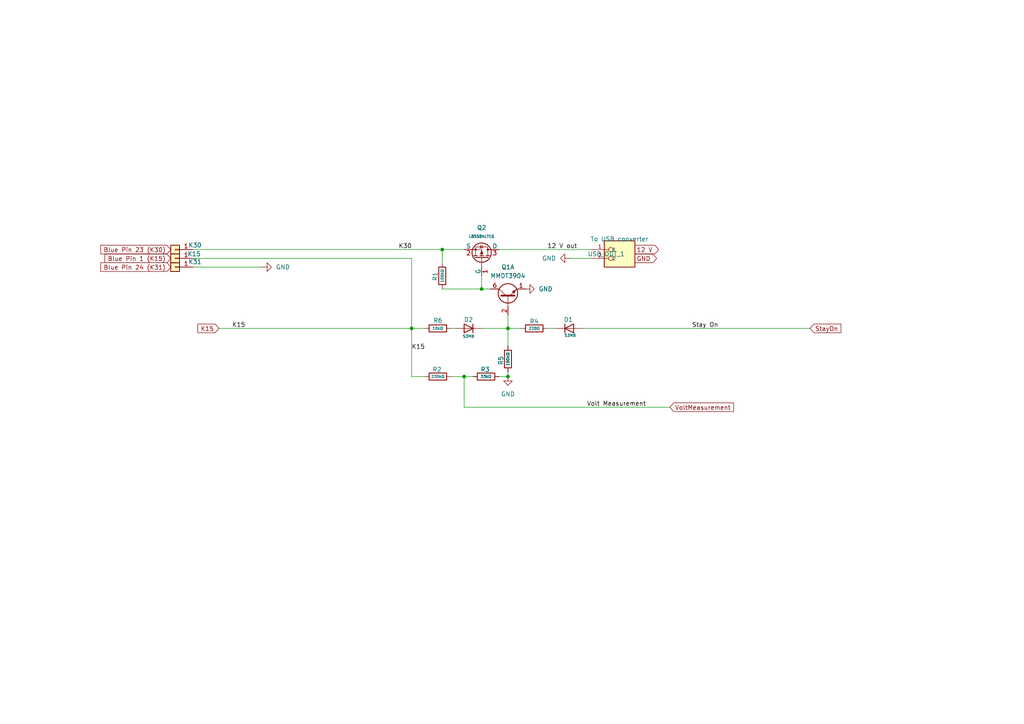
<source format=kicad_sch>
(kicad_sch (version 20231120) (generator "eeschema") (generator_version "8.0")
  (paper "A4")
  (title_block (title "Latch Circuit") (comment 1 "Subsheet Brake Out Borad") (comment 2 "(c) Norbert Schechner"))
  (lib_symbols
    (symbol "Connector_Generic:Conn_01x01" (pin_names (offset 1.016) hide)
      (property "Reference" "J" (at 0 2.54 0))
      (property "Value" "Conn_01x01" (at 0 -2.54 0))
      (symbol "Conn_01x01_1_1"
        (rectangle (start -1.27 0.127) (end 0 -0.127) (stroke (width 0.1524)))
        (rectangle (start -1.27 1.27) (end 1.27 -1.27) (stroke (width 0.254)) (fill (type background)))
        (pin passive line (at -5.08 0 0) (length 3.81) (name "Pin_1") (number "1"))
      )
    )
    (symbol "Custom:ScrewConnector_2x2,54" (pin_names (offset 1.016))
      (property "Reference" "J" (at -2.54 3.302 0))
      (property "Value" "ScrewConnector_2x2,54" (at -3.302 -10.668 0))
      (symbol "ScrewConnector_2x2,54_0_0"
        (rectangle (start -3.81 -5.08) (end 5.08 2.54) (stroke (width 0.254)) (fill (type background)))
        (circle (center -1.905 -2.54) (radius 0.635) (stroke (width 0.1524)))
        (circle (center -1.905 0) (radius 0.635) (stroke (width 0.1524)))
        (pin passive line (at -7.62 0 0) (length 5.08) (name "1") (number "1"))
        (pin passive line (at -7.62 -2.54 0) (length 5.08) (name "2") (number "2"))
      )
    )
    (symbol "PCM_JLCPCB-Diodes:General,S3MB" (pin_numbers hide) (pin_names (offset 0))
      (property "Reference" "D" (at 2.032 0.834 0))
      (property "Value" "S3MB" (at 2.032 -1.2122 0))
      (symbol "General,S3MB_0_1"
        (polyline (pts (xy -1.27 -1.27) (xy 1.27 -1.27)) (stroke (width 0.254)))
        (polyline (pts (xy -1.27 1.27) (xy 0 -1.27) (xy 1.27 1.27) (xy -1.27 1.27)) (stroke (width 0.254)))
      )
      (symbol "General,S3MB_1_1"
        (pin passive line (at 0 -3.81 90) (length 3.81) (name "~") (number "1"))
        (pin passive line (at 0 3.81 270) (length 3.81) (name "~") (number "2"))
      )
    )
    (symbol "PCM_JLCPCB-Resistors:0603,100kΩ" (pin_numbers hide) (pin_names (offset 0))
      (property "Reference" "R" (at 1.778 0 0))
      (property "Value" "100kΩ" (at 0 0 90))
      (symbol "0603,100kΩ_0_1"
        (rectangle (start -1.016 2.54) (end 1.016 -2.54) (stroke (width 0.254)))
      )
      (symbol "0603,100kΩ_1_1"
        (pin passive line (at 0 3.81 270) (length 1.27) (name "~") (number "1"))
        (pin passive line (at 0 -3.81 90) (length 1.27) (name "~") (number "2"))
      )
    )
    (symbol "PCM_JLCPCB-Resistors:0603,10kΩ" (pin_numbers hide) (pin_names (offset 0))
      (property "Reference" "R" (at 1.778 0 0))
      (property "Value" "10kΩ" (at 0 0 90))
      (symbol "0603,10kΩ_0_1"
        (rectangle (start -1.016 2.54) (end 1.016 -2.54) (stroke (width 0.254)))
      )
      (symbol "0603,10kΩ_1_1"
        (pin passive line (at 0 3.81 270) (length 1.27) (name "~") (number "1"))
        (pin passive line (at 0 -3.81 90) (length 1.27) (name "~") (number "2"))
      )
    )
    (symbol "PCM_JLCPCB-Resistors:0603,220kΩ" (pin_numbers hide) (pin_names (offset 0))
      (property "Reference" "R" (at 1.778 0 0))
      (property "Value" "220kΩ" (at 0 0 90))
      (symbol "0603,220kΩ_0_1"
        (rectangle (start -1.016 2.54) (end 1.016 -2.54) (stroke (width 0.254)))
      )
      (symbol "0603,220kΩ_1_1"
        (pin passive line (at 0 3.81 270) (length 1.27) (name "~") (number "1"))
        (pin passive line (at 0 -3.81 90) (length 1.27) (name "~") (number "2"))
      )
    )
    (symbol "PCM_JLCPCB-Resistors:0603,220Ω" (pin_numbers hide) (pin_names (offset 0))
      (property "Reference" "R" (at 1.778 0 0))
      (property "Value" "220Ω" (at 0 0 90))
      (symbol "0603,220Ω_0_1"
        (rectangle (start -1.016 2.54) (end 1.016 -2.54) (stroke (width 0.254)))
      )
      (symbol "0603,220Ω_1_1"
        (pin passive line (at 0 3.81 270) (length 1.27) (name "~") (number "1"))
        (pin passive line (at 0 -3.81 90) (length 1.27) (name "~") (number "2"))
      )
    )
    (symbol "PCM_JLCPCB-Resistors:0603,33kΩ" (pin_numbers hide) (pin_names (offset 0))
      (property "Reference" "R" (at 1.778 0 0))
      (property "Value" "33kΩ" (at 0 0 90))
      (symbol "0603,33kΩ_0_1"
        (rectangle (start -1.016 2.54) (end 1.016 -2.54) (stroke (width 0.254)))
      )
      (symbol "0603,33kΩ_1_1"
        (pin passive line (at 0 3.81 270) (length 1.27) (name "~") (number "1"))
        (pin passive line (at 0 -3.81 90) (length 1.27) (name "~") (number "2"))
      )
    )
    (symbol "PCM_JLCPCB-Transistors:PMOS,LBSS84LT1G" (pin_names (offset 0))
      (property "Reference" "Q" (at 4.8514 0.834 0))
      (property "Value" "LBSS84LT1G" (at 4.8514 -1.2122 0))
      (symbol "PMOS,LBSS84LT1G_0_1"
        (polyline (pts (xy 0.254 0) (xy -2.54 0)))
        (polyline (pts (xy 0.254 1.905) (xy 0.254 -1.905)) (stroke (width 0.254)))
        (polyline (pts (xy 0.762 -1.27) (xy 0.762 -2.286)) (stroke (width 0.254)))
        (polyline (pts (xy 0.762 0.508) (xy 0.762 -0.508)) (stroke (width 0.254)))
        (polyline (pts (xy 0.762 2.286) (xy 0.762 1.27)) (stroke (width 0.254)))
        (polyline (pts (xy 2.54 2.54) (xy 2.54 1.778)))
        (polyline (pts (xy 2.54 -2.54) (xy 2.54 0) (xy 0.762 0)))
        (polyline (pts (xy 0.762 1.778) (xy 3.302 1.778) (xy 3.302 -1.778) (xy 0.762 -1.778)))
        (polyline (pts (xy 2.286 0) (xy 1.27 0.381) (xy 1.27 -0.381) (xy 2.286 0)) (fill (type outline)))
        (polyline (pts (xy 2.794 -0.508) (xy 2.921 -0.381) (xy 3.683 -0.381) (xy 3.81 -0.254)))
        (polyline (pts (xy 3.302 -0.381) (xy 2.921 0.254) (xy 3.683 0.254) (xy 3.302 -0.381)))
        (circle (center 1.651 0) (radius 2.794) (stroke (width 0.254)))
        (circle (center 2.54 -1.778) (radius 0.254) (fill (type outline)))
        (circle (center 2.54 1.778) (radius 0.254) (fill (type outline)))
      )
      (symbol "PMOS,LBSS84LT1G_1_1"
        (pin input line (at -5.08 0 0) (length 2.54) (name "G") (number "1"))
        (pin passive line (at 2.54 -5.08 90) (length 2.54) (name "S") (number "2"))
        (pin passive line (at 2.54 5.08 270) (length 2.54) (name "D") (number "3"))
      )
    )
    (symbol "Transistor_BJT:MMDT3904" (pin_names (offset 0) hide)
      (property "Reference" "Q" (at 5.08 1.27 0))
      (property "Value" "MMDT3904" (at 5.08 -1.27 0))
      (symbol "MMDT3904_0_1"
        (polyline (pts (xy 0.635 0) (xy -2.54 0)))
        (polyline (pts (xy 0.635 0.635) (xy 2.54 2.54)))
        (polyline (pts (xy 0.635 -0.635) (xy 2.54 -2.54) (xy 2.54 -2.54)))
        (polyline (pts (xy 0.635 1.905) (xy 0.635 -1.905) (xy 0.635 -1.905)) (stroke (width 0.508)))
        (polyline (pts (xy 1.27 -1.778) (xy 1.778 -1.27) (xy 2.286 -2.286) (xy 1.27 -1.778) (xy 1.27 -1.778)) (fill (type outline)))
        (circle (center 1.27 0) (radius 2.8194) (stroke (width 0.254)))
      )
      (symbol "MMDT3904_1_1"
        (pin passive line (at 2.54 -5.08 90) (length 2.54) (name "E1") (number "1"))
        (pin input line (at -5.08 0 0) (length 2.54) (name "B1") (number "2"))
        (pin passive line (at 2.54 5.08 270) (length 2.54) (name "C1") (number "6"))
      )
      (symbol "MMDT3904_2_1"
        (pin passive line (at 2.54 5.08 270) (length 2.54) (name "C2") (number "3"))
        (pin passive line (at 2.54 -5.08 90) (length 2.54) (name "E2") (number "4"))
        (pin input line (at -5.08 0 0) (length 2.54) (name "B2") (number "5"))
      )
    )
    (symbol "power:GND" (power) (pin_numbers hide) (pin_names (offset 0) hide)
      (property "Value" "GND" (at 0 -3.81 0))
      (symbol "GND_0_1"
        (polyline (pts (xy 0 0) (xy 0 -1.27) (xy 1.27 -1.27) (xy 0 -2.54) (xy -1.27 -1.27) (xy 0 -1.27)))
      )
      (symbol "GND_1_1"
        (pin power_in line (at 0 0 270) (length 0) (name "~") (number "1"))
      )
    )
  )
  (junction (at 134.62 109.22))
  (junction (at 147.32 95.25))
  (junction (at 139.7 83.82))
  (junction (at 119.38 95.25))
  (junction (at 147.32 109.22))
  (junction (at 128.27 72.39))
  (wire (pts (xy 130.81 109.22) (xy 134.62 109.22)))
  (wire (pts (xy 139.7 83.82) (xy 142.24 83.82)))
  (wire (pts (xy 147.32 95.25) (xy 147.32 100.33)))
  (wire (pts (xy 55.88 72.39) (xy 128.27 72.39)))
  (wire (pts (xy 130.81 95.25) (xy 132.08 95.25)))
  (wire (pts (xy 119.38 95.25) (xy 119.38 109.22)))
  (wire (pts (xy 119.38 74.93) (xy 119.38 95.25)))
  (wire (pts (xy 168.91 95.25) (xy 234.95 95.25)))
  (wire (pts (xy 119.38 95.25) (xy 63.5 95.25)))
  (wire (pts (xy 158.75 95.25) (xy 161.29 95.25)))
  (wire (pts (xy 144.78 109.22) (xy 147.32 109.22)))
  (wire (pts (xy 144.78 72.39) (xy 171.45 72.39)))
  (wire (pts (xy 134.62 109.22) (xy 134.62 118.11)))
  (wire (pts (xy 55.88 77.47) (xy 76.2 77.47)))
  (wire (pts (xy 119.38 95.25) (xy 123.19 95.25)))
  (wire (pts (xy 128.27 72.39) (xy 128.27 76.2)))
  (wire (pts (xy 134.62 109.22) (xy 137.16 109.22)))
  (wire (pts (xy 128.27 72.39) (xy 134.62 72.39)))
  (wire (pts (xy 147.32 107.95) (xy 147.32 109.22)))
  (wire (pts (xy 165.1 74.93) (xy 171.45 74.93)))
  (wire (pts (xy 55.88 74.93) (xy 119.38 74.93)))
  (wire (pts (xy 147.32 95.25) (xy 151.13 95.25)))
  (wire (pts (xy 139.7 80.01) (xy 139.7 83.82)))
  (wire (pts (xy 147.32 91.44) (xy 147.32 95.25)))
  (wire (pts (xy 128.27 83.82) (xy 139.7 83.82)))
  (wire (pts (xy 139.7 95.25) (xy 147.32 95.25)))
  (wire (pts (xy 134.62 118.11) (xy 194.31 118.11)))
  (wire (pts (xy 119.38 109.22) (xy 123.19 109.22)))
  (label "12 V out" (at 158.75 72.39 0))
  (label "Stay On" (at 200.66 95.25 0))
  (label "K15" (at 67.31 95.25 0))
  (label "K15" (at 119.38 101.6 0))
  (label "Volt Measurement" (at 170.18 118.11 0))
  (label "K30" (at 115.57 72.39 0))
  (global_label "K15" (shape input) (at 63.5 95.25 180) (property "Intersheetrefs" "${INTERSHEET_REFS}" (at 56.8258 95.25 0) (effects (justify right))))
  (global_label "Blue Pin 23 (K30)" (shape input) (at 49.53 72.39 180) (property "Intersheetrefs" "${INTERSHEET_REFS}" (at 28.644 72.39 0) (effects (justify right))))
  (global_label "12 V" (shape output) (at 184.15 72.39 0) (property "Intersheetrefs" "${INTERSHEET_REFS}" (at 191.6104 72.39 0) (effects (justify left))))
  (global_label "Blue Pin 24 (K31)" (shape input) (at 49.53 77.47 180) (property "Intersheetrefs" "${INTERSHEET_REFS}" (at 28.644 77.47 0) (effects (justify right))))
  (global_label "Blue Pin 1 (K15)" (shape input) (at 49.53 74.93 180) (property "Intersheetrefs" "${INTERSHEET_REFS}" (at 29.8535 74.93 0) (effects (justify right))))
  (global_label "GND" (shape output) (at 184.15 74.93 0) (property "Intersheetrefs" "${INTERSHEET_REFS}" (at 191.0057 74.93 0) (effects (justify left))))
  (global_label "StayOn" (shape input) (at 234.95 95.25 0) (property "Intersheetrefs" "${INTERSHEET_REFS}" (at 244.4665 95.25 0) (effects (justify left))))
  (global_label "VoltMeasurement" (shape input) (at 194.31 118.11 0) (property "Intersheetrefs" "${INTERSHEET_REFS}" (at 213.3212 118.11 0) (effects (justify left))))
  (symbol (lib_id "PCM_JLCPCB-Diodes:General,S3MB") (at 135.89 95.25 90) (unit 1)
    (property "Reference" "D2" (at 135.89 92.71 90))
    (property "Value" "S3MB" (at 135.89 97.536 90) (effects (font (size 0.8 0.8))))
    (property "Footprint" "PCM_JLCPCB:D_SMB" (effects (hide yes)))
    (property "Datasheet" "https://wmsc.lcsc.com/wmsc/upload/file/pdf/v2/lcsc/2310131745_hongjiacheng-S3MB_C18199102.pdf" (effects (hide yes)))
    (property "Description" "Independent Type 3A 1V@3A 1kV SMB Diodes - General Purpose ROHS" (effects (hide yes)))
    (property "LCSC" "C18199102" (effects (hide yes)))
    (property "Stock" "9203" (effects (hide yes)))
    (property "Price" "0.023USD" (effects (hide yes)))
    (property "Process" "SMT" (effects (hide yes)))
    (property "Minimum Qty" "5" (effects (hide yes)))
    (property "Attrition Qty" "2" (effects (hide yes)))
    (property "Class" "Preferred Component" (effects (hide yes)))
    (property "Category" "Diodes,Diodes - General Purpose" (effects (hide yes)))
    (property "Manufacturer" "hongjiacheng" (effects (hide yes)))
    (property "Part" "S3MB" (effects (hide yes)))
    (property "Rectified Current" "3A" (effects (hide yes)))
    (property "Forward Voltage (Vf@If)" "1V@3A" (effects (hide yes)))
    (property "Reverse Voltage (Vr)" "1kV" (effects (hide yes)))
    (property "Diode Configuration" "Independent Type" (effects (hide yes)))
    (property "Reverse Leakage Current" "2uA@1000V" (effects (hide yes)))
  )
  (symbol (lib_id "PCM_JLCPCB-Resistors:0603,220kΩ") (at 127 109.22 90) (unit 1)
    (property "Reference" "R2" (at 126.746 107.188 90))
    (property "Value" "220kΩ" (at 127 109.22 90) (effects (font (size 0.8 0.8))))
    (property "Footprint" "PCM_JLCPCB:R_0603" (effects (hide yes)))
    (property "Datasheet" "https://www.lcsc.com/datasheet/lcsc_datasheet_2206010130_UNI-ROYAL-Uniroyal-Elec-0603WAF2203T5E_C22961.pdf" (effects (hide yes)))
    (property "Description" "100mW Thick Film Resistors 75V ±100ppm/°C ±1% 220kΩ 0603 Chip Resistor - Surface Mount ROHS" (effects (hide yes)))
    (property "LCSC" "C22961" (effects (hide yes)))
    (property "Stock" "651498" (effects (hide yes)))
    (property "Price" "0.004USD" (effects (hide yes)))
    (property "Process" "SMT" (effects (hide yes)))
    (property "Minimum Qty" "20" (effects (hide yes)))
    (property "Attrition Qty" "10" (effects (hide yes)))
    (property "Class" "Basic Component" (effects (hide yes)))
    (property "Category" "Resistors,Chip Resistor - Surface Mount" (effects (hide yes)))
    (property "Manufacturer" "UNI-ROYAL(Uniroyal Elec)" (effects (hide yes)))
    (property "Part" "0603WAF2203T5E" (effects (hide yes)))
    (property "Resistance" "220kΩ" (effects (hide yes)))
    (property "Power(Watts)" "100mW" (effects (hide yes)))
    (property "Type" "Thick Film Resistors" (effects (hide yes)))
    (property "Overload Voltage (Max)" "75V" (effects (hide yes)))
    (property "Operating Temperature Range" "-55°C~+155°C" (effects (hide yes)))
    (property "Tolerance" "±1%" (effects (hide yes)))
    (property "Temperature Coefficient" "±100ppm/°C" (effects (hide yes)))
  )
  (symbol (lib_id "Connector_Generic:Conn_01x01") (at 50.8 72.39 180) (unit 1)
    (property "Reference" "K30" (at 54.61 71.12 0) (effects (justify right)))
    (property "Value" "K30" (effects (hide yes)))
    (property "Footprint" "Connector_Wire:SolderWire-0.5sqmm_1x01_D0.9mm_OD2.1mm" (effects (hide yes)))
    (property "Description" "Generic connector, single row, 01x01, script generated (kicad-library-utils/schlib/autogen/connector/)" (effects (hide yes)))
  )
  (symbol (lib_id "Transistor_BJT:MMDT3904") (at 147.32 86.36 90) (unit 1)
    (property "Reference" "Q1" (at 147.32 77.47 90))
    (property "Value" "MMDT3904" (at 147.32 80.01 90))
    (property "Footprint" "Package_TO_SOT_SMD:SOT-363_SC-70-6" (effects (hide yes)))
    (property "Datasheet" "http://www.diodes.com/_files/datasheets/ds30088.pdf" (effects (hide yes)))
    (property "Description" "200mA IC, 40V Vce, Dual NPN/NPN Transistors, SOT-363" (effects (hide yes)))
  )
  (symbol (lib_id "power:GND") (at 147.32 109.22 0) (unit 1)
    (property "Reference" "#PWR0202" (effects (hide yes)))
    (property "Value" "GND" (at 147.32 114.3 0))
    (property "Description" "Power symbol creates a global label with name \"GND\" , ground" (effects (hide yes)))
  )
  (symbol (lib_id "PCM_JLCPCB-Transistors:PMOS,LBSS84LT1G") (at 139.7 74.93 270) (mirror x) (unit 1)
    (property "Reference" "Q2" (at 139.7 66.04 90))
    (property "Value" "LBSS84LT1G" (at 139.7 68.58 90) (effects (font (size 0.8 0.8))))
    (property "Footprint" "PCM_JLCPCB:Q_SOT-23" (effects (hide yes)))
    (property "Datasheet" "https://www.lcsc.com/datasheet/lcsc_datasheet_1811031711_LRC-LBSS84LT1G_C8492.pdf" (effects (hide yes)))
    (property "Description" "50V 130mA 225mW 10Ω@5V,100mA 2V@250uA 1 Piece P-Channel SOT-23 MOSFETs ROHS" (effects (hide yes)))
    (property "LCSC" "C8492" (effects (hide yes)))
    (property "Stock" "16457" (effects (hide yes)))
    (property "Price" "0.025USD" (effects (hide yes)))
    (property "Process" "SMT" (effects (hide yes)))
    (property "Minimum Qty" "10" (effects (hide yes)))
    (property "Attrition Qty" "5" (effects (hide yes)))
    (property "Class" "Preferred Component" (effects (hide yes)))
    (property "Category" "Transistors,MOSFETs" (effects (hide yes)))
    (property "Manufacturer" "LRC" (effects (hide yes)))
    (property "Part" "LBSS84LT1G" (effects (hide yes)))
    (property "Continuous Drain Current (Id)" "130mA" (effects (hide yes)))
    (property "Type" "1 Piece P-Channel" (effects (hide yes)))
    (property "Drain Source Voltage (Vdss)" "50V" (effects (hide yes)))
    (property "Power Dissipation (Pd)" "225mW" (effects (hide yes)))
    (property "Gate Threshold Voltage (Vgs(th)@Id)" "2V@250uA" (effects (hide yes)))
    (property "Drain Source On Resistance (RDS(on)@Vgs,Id)" "10Ω@5V,100mA" (effects (hide yes)))
  )
  (symbol (lib_id "PCM_JLCPCB-Diodes:General,S3MB") (at 165.1 95.25 270) (unit 1)
    (property "Reference" "D1" (at 164.846 92.71 90))
    (property "Value" "S3MB" (at 165.354 97.282 90) (effects (font (size 0.8 0.8))))
    (property "Footprint" "PCM_JLCPCB:D_SMB" (effects (hide yes)))
    (property "Datasheet" "https://wmsc.lcsc.com/wmsc/upload/file/pdf/v2/lcsc/2310131745_hongjiacheng-S3MB_C18199102.pdf" (effects (hide yes)))
    (property "Description" "Independent Type 3A 1V@3A 1kV SMB Diodes - General Purpose ROHS" (effects (hide yes)))
    (property "LCSC" "C18199102" (effects (hide yes)))
    (property "Stock" "9203" (effects (hide yes)))
    (property "Price" "0.023USD" (effects (hide yes)))
    (property "Process" "SMT" (effects (hide yes)))
    (property "Minimum Qty" "5" (effects (hide yes)))
    (property "Attrition Qty" "2" (effects (hide yes)))
    (property "Class" "Preferred Component" (effects (hide yes)))
    (property "Category" "Diodes,Diodes - General Purpose" (effects (hide yes)))
    (property "Manufacturer" "hongjiacheng" (effects (hide yes)))
    (property "Part" "S3MB" (effects (hide yes)))
    (property "Rectified Current" "3A" (effects (hide yes)))
    (property "Forward Voltage (Vf@If)" "1V@3A" (effects (hide yes)))
    (property "Reverse Voltage (Vr)" "1kV" (effects (hide yes)))
    (property "Diode Configuration" "Independent Type" (effects (hide yes)))
    (property "Reverse Leakage Current" "2uA@1000V" (effects (hide yes)))
  )
  (symbol (lib_id "Connector_Generic:Conn_01x01") (at 50.8 77.47 180) (unit 1)
    (property "Reference" "K31" (at 54.61 75.946 0) (effects (justify right)))
    (property "Value" "K31" (effects (hide yes)))
    (property "Footprint" "Connector_Wire:SolderWire-0.5sqmm_1x01_D0.9mm_OD2.1mm" (effects (hide yes)))
    (property "Description" "Generic connector, single row, 01x01, script generated (kicad-library-utils/schlib/autogen/connector/)" (effects (hide yes)))
  )
  (symbol (lib_id "PCM_JLCPCB-Resistors:0603,100kΩ") (at 128.27 80.01 180) (unit 1)
    (property "Reference" "R1" (at 126.238 81.534 90) (effects (justify right)))
    (property "Value" "100kΩ" (at 128.27 80.01 90) (effects (font (size 0.8 0.8))))
    (property "Footprint" "PCM_JLCPCB:R_0603" (effects (hide yes)))
    (property "Datasheet" "https://www.lcsc.com/datasheet/lcsc_datasheet_2206010045_UNI-ROYAL-Uniroyal-Elec-0603WAF1003T5E_C25803.pdf" (effects (hide yes)))
    (property "Description" "100mW Thick Film Resistors 75V ±100ppm/°C ±1% 100kΩ 0603 Chip Resistor - Surface Mount ROHS" (effects (hide yes)))
    (property "LCSC" "C25803" (effects (hide yes)))
    (property "Stock" "5414558" (effects (hide yes)))
    (property "Price" "0.004USD" (effects (hide yes)))
    (property "Process" "SMT" (effects (hide yes)))
    (property "Minimum Qty" "20" (effects (hide yes)))
    (property "Attrition Qty" "10" (effects (hide yes)))
    (property "Class" "Basic Component" (effects (hide yes)))
    (property "Category" "Resistors,Chip Resistor - Surface Mount" (effects (hide yes)))
    (property "Manufacturer" "UNI-ROYAL(Uniroyal Elec)" (effects (hide yes)))
    (property "Part" "0603WAF1003T5E" (effects (hide yes)))
    (property "Resistance" "100kΩ" (effects (hide yes)))
    (property "Power(Watts)" "100mW" (effects (hide yes)))
    (property "Type" "Thick Film Resistors" (effects (hide yes)))
    (property "Overload Voltage (Max)" "75V" (effects (hide yes)))
    (property "Operating Temperature Range" "-55°C~+155°C" (effects (hide yes)))
    (property "Tolerance" "±1%" (effects (hide yes)))
    (property "Temperature Coefficient" "±100ppm/°C" (effects (hide yes)))
  )
  (symbol (lib_id "power:GND") (at 152.4 83.82 90) (unit 1)
    (property "Reference" "#PWR0203" (effects (hide yes)))
    (property "Value" "GND" (at 156.21 83.8199 90) (effects (justify right)))
    (property "Description" "Power symbol creates a global label with name \"GND\" , ground" (effects (hide yes)))
  )
  (symbol (lib_id "Custom:ScrewConnector_2x2,54") (at 179.07 72.39 0) (unit 1)
    (property "Reference" "USB_OUT_1" (at 170.434 73.66 0) (effects (justify left)))
    (property "Value" "To USB converter" (at 171.196 69.342 0) (effects (justify left)))
    (property "Footprint" "Custom:PHOENIX_1729128_2x2,54" (effects (hide yes)))
    (property "Description" "Generic screw terminal, single row, 01x02, script generated (kicad-library-utils/schlib/autogen/connector/)" (effects (hide yes)))
    (property "MANUFACTURER" "Phoenix Contact" (effects (hide yes)))
  )
  (symbol (lib_id "PCM_JLCPCB-Resistors:0603,100kΩ") (at 147.32 104.14 180) (unit 1)
    (property "Reference" "R5" (at 145.288 105.918 90) (effects (justify right)))
    (property "Value" "100kΩ" (at 147.32 104.14 90) (effects (font (size 0.8 0.8))))
    (property "Footprint" "PCM_JLCPCB:R_0603" (effects (hide yes)))
    (property "Datasheet" "https://www.lcsc.com/datasheet/lcsc_datasheet_2206010045_UNI-ROYAL-Uniroyal-Elec-0603WAF1003T5E_C25803.pdf" (effects (hide yes)))
    (property "Description" "100mW Thick Film Resistors 75V ±100ppm/°C ±1% 100kΩ 0603 Chip Resistor - Surface Mount ROHS" (effects (hide yes)))
    (property "LCSC" "C25803" (effects (hide yes)))
    (property "Stock" "5414558" (effects (hide yes)))
    (property "Price" "0.004USD" (effects (hide yes)))
    (property "Process" "SMT" (effects (hide yes)))
    (property "Minimum Qty" "20" (effects (hide yes)))
    (property "Attrition Qty" "10" (effects (hide yes)))
    (property "Class" "Basic Component" (effects (hide yes)))
    (property "Category" "Resistors,Chip Resistor - Surface Mount" (effects (hide yes)))
    (property "Manufacturer" "UNI-ROYAL(Uniroyal Elec)" (effects (hide yes)))
    (property "Part" "0603WAF1003T5E" (effects (hide yes)))
    (property "Resistance" "100kΩ" (effects (hide yes)))
    (property "Power(Watts)" "100mW" (effects (hide yes)))
    (property "Type" "Thick Film Resistors" (effects (hide yes)))
    (property "Overload Voltage (Max)" "75V" (effects (hide yes)))
    (property "Operating Temperature Range" "-55°C~+155°C" (effects (hide yes)))
    (property "Tolerance" "±1%" (effects (hide yes)))
    (property "Temperature Coefficient" "±100ppm/°C" (effects (hide yes)))
  )
  (symbol (lib_id "PCM_JLCPCB-Resistors:0603,220Ω") (at 154.94 95.25 90) (unit 1)
    (property "Reference" "R4" (at 154.94 93.218 90))
    (property "Value" "220Ω" (at 154.94 95.25 90) (effects (font (size 0.8 0.8))))
    (property "Footprint" "PCM_JLCPCB:R_0603" (effects (hide yes)))
    (property "Datasheet" "https://www.lcsc.com/datasheet/lcsc_datasheet_2206010130_UNI-ROYAL-Uniroyal-Elec-0603WAF2200T5E_C22962.pdf" (effects (hide yes)))
    (property "Description" "100mW Thick Film Resistors 75V ±100ppm/°C ±1% 220Ω 0603 Chip Resistor - Surface Mount ROHS" (effects (hide yes)))
    (property "LCSC" "C22962" (effects (hide yes)))
    (property "Stock" "2111143" (effects (hide yes)))
    (property "Price" "0.004USD" (effects (hide yes)))
    (property "Process" "SMT" (effects (hide yes)))
    (property "Minimum Qty" "20" (effects (hide yes)))
    (property "Attrition Qty" "10" (effects (hide yes)))
    (property "Class" "Basic Component" (effects (hide yes)))
    (property "Category" "Resistors,Chip Resistor - Surface Mount" (effects (hide yes)))
    (property "Manufacturer" "UNI-ROYAL(Uniroyal Elec)" (effects (hide yes)))
    (property "Part" "0603WAF2200T5E" (effects (hide yes)))
    (property "Resistance" "220Ω" (effects (hide yes)))
    (property "Power(Watts)" "100mW" (effects (hide yes)))
    (property "Type" "Thick Film Resistors" (effects (hide yes)))
    (property "Overload Voltage (Max)" "75V" (effects (hide yes)))
    (property "Operating Temperature Range" "-55°C~+155°C" (effects (hide yes)))
    (property "Tolerance" "±1%" (effects (hide yes)))
    (property "Temperature Coefficient" "±100ppm/°C" (effects (hide yes)))
  )
  (symbol (lib_id "power:GND") (at 76.2 77.47 90) (unit 1)
    (property "Reference" "#PWR0201" (effects (hide yes)))
    (property "Value" "GND" (at 80.01 77.4699 90) (effects (justify right)))
    (property "Description" "Power symbol creates a global label with name \"GND\" , ground" (effects (hide yes)))
  )
  (symbol (lib_id "PCM_JLCPCB-Resistors:0603,33kΩ") (at 140.97 109.22 90) (unit 1)
    (property "Reference" "R3" (at 140.716 107.188 90))
    (property "Value" "33kΩ" (at 140.97 109.22 90) (effects (font (size 0.8 0.8))))
    (property "Footprint" "PCM_JLCPCB:R_0603" (effects (hide yes)))
    (property "Datasheet" "https://www.lcsc.com/datasheet/lcsc_datasheet_2206010230_UNI-ROYAL-Uniroyal-Elec-0603WAF3302T5E_C4216.pdf" (effects (hide yes)))
    (property "Description" "100mW Thick Film Resistors 75V ±100ppm/°C ±1% 33kΩ 0603 Chip Resistor - Surface Mount ROHS" (effects (hide yes)))
    (property "LCSC" "C4216" (effects (hide yes)))
    (property "Stock" "643566" (effects (hide yes)))
    (property "Price" "0.004USD" (effects (hide yes)))
    (property "Process" "SMT" (effects (hide yes)))
    (property "Minimum Qty" "20" (effects (hide yes)))
    (property "Attrition Qty" "10" (effects (hide yes)))
    (property "Class" "Basic Component" (effects (hide yes)))
    (property "Category" "Resistors,Chip Resistor - Surface Mount" (effects (hide yes)))
    (property "Manufacturer" "UNI-ROYAL(Uniroyal Elec)" (effects (hide yes)))
    (property "Part" "0603WAF3302T5E" (effects (hide yes)))
    (property "Resistance" "33kΩ" (effects (hide yes)))
    (property "Power(Watts)" "100mW" (effects (hide yes)))
    (property "Type" "Thick Film Resistors" (effects (hide yes)))
    (property "Overload Voltage (Max)" "75V" (effects (hide yes)))
    (property "Operating Temperature Range" "-55°C~+155°C" (effects (hide yes)))
    (property "Tolerance" "±1%" (effects (hide yes)))
    (property "Temperature Coefficient" "±100ppm/°C" (effects (hide yes)))
  )
  (symbol (lib_id "power:GND") (at 165.1 74.93 270) (unit 1)
    (property "Reference" "#PWR0204" (effects (hide yes)))
    (property "Value" "GND" (at 161.29 74.9299 90) (effects (justify right)))
    (property "Description" "Power symbol creates a global label with name \"GND\" , ground" (effects (hide yes)))
  )
  (symbol (lib_id "Connector_Generic:Conn_01x01") (at 50.8 74.93 180) (unit 1)
    (property "Reference" "K15" (at 54.356 73.66 0) (effects (justify right)))
    (property "Value" "K15" (effects (hide yes)))
    (property "Footprint" "Connector_Wire:SolderWire-0.5sqmm_1x01_D0.9mm_OD2.1mm" (effects (hide yes)))
    (property "Description" "Generic connector, single row, 01x01, script generated (kicad-library-utils/schlib/autogen/connector/)" (effects (hide yes)))
  )
  (symbol (lib_id "PCM_JLCPCB-Resistors:0603,10kΩ") (at 127 95.25 90) (unit 1)
    (property "Reference" "R6" (at 127 92.964 90))
    (property "Value" "10kΩ" (at 127 95.25 90) (effects (font (size 0.8 0.8))))
    (property "Footprint" "PCM_JLCPCB:R_0603" (effects (hide yes)))
    (property "Datasheet" "https://www.lcsc.com/datasheet/lcsc_datasheet_2206010045_UNI-ROYAL-Uniroyal-Elec-0603WAF1002T5E_C25804.pdf" (effects (hide yes)))
    (property "Description" "100mW Thick Film Resistors 75V ±100ppm/°C ±1% 10kΩ 0603 Chip Resistor - Surface Mount ROHS" (effects (hide yes)))
    (property "LCSC" "C25804" (effects (hide yes)))
    (property "Stock" "32886312" (effects (hide yes)))
    (property "Price" "0.004USD" (effects (hide yes)))
    (property "Process" "SMT" (effects (hide yes)))
    (property "Minimum Qty" "20" (effects (hide yes)))
    (property "Attrition Qty" "10" (effects (hide yes)))
    (property "Class" "Basic Component" (effects (hide yes)))
    (property "Category" "Resistors,Chip Resistor - Surface Mount" (effects (hide yes)))
    (property "Manufacturer" "UNI-ROYAL(Uniroyal Elec)" (effects (hide yes)))
    (property "Part" "0603WAF1002T5E" (effects (hide yes)))
    (property "Resistance" "10kΩ" (effects (hide yes)))
    (property "Power(Watts)" "100mW" (effects (hide yes)))
    (property "Type" "Thick Film Resistors" (effects (hide yes)))
    (property "Overload Voltage (Max)" "75V" (effects (hide yes)))
    (property "Operating Temperature Range" "-55°C~+155°C" (effects (hide yes)))
    (property "Tolerance" "±1%" (effects (hide yes)))
    (property "Temperature Coefficient" "±100ppm/°C" (effects (hide yes)))
  )
)
</source>
